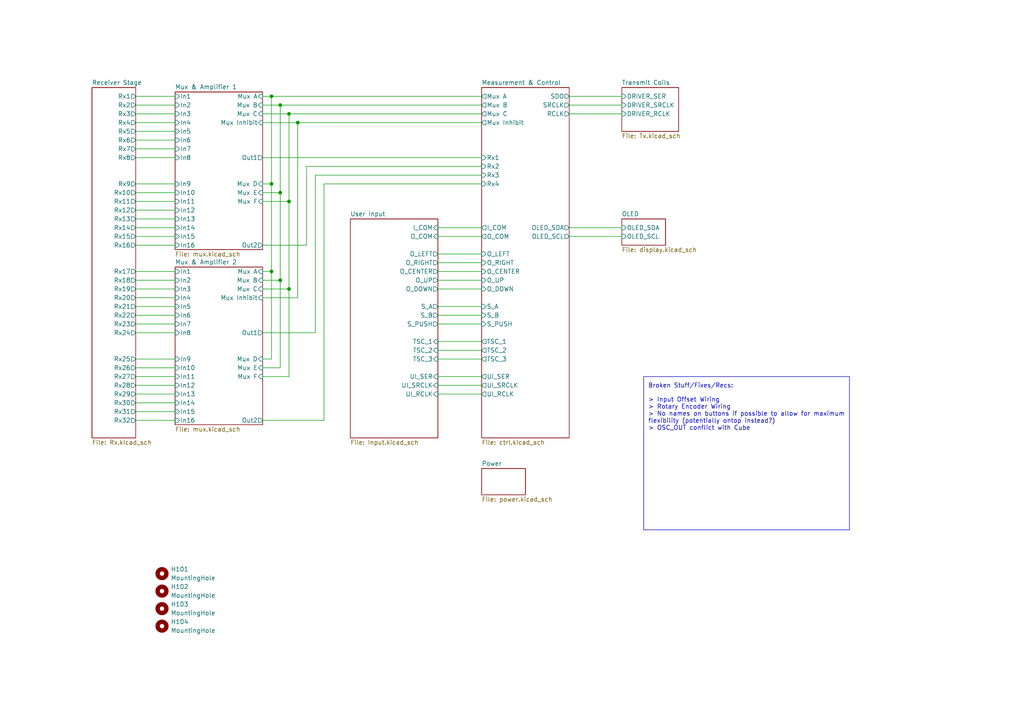
<source format=kicad_sch>
(kicad_sch (version 20250114) (generator "eeschema") (generator_version "9.0")
  (paper "A4")
  (lib_symbols
    (symbol "Mechanical:MountingHole" (pin_names (offset 1.016)) (in_bom no)
      (property "Reference" "H" (at 0 5.08 0))
      (property "Value" "MountingHole" (at 0 3.175 0))
      (symbol "MountingHole_0_1"
        (circle (center 0 0) (radius 1.27) (stroke (width 1.27)))
      )
    )
  )
  (rectangle (start 186.69 109.22) (end 246.38 153.67))
  (text "Broken Stuff/Fixes/Recs:\n\n> Input Offset Wiring\n> Rotary Encoder Wiring\n> No names on buttons if possible to allow for maximum \nflexibility (potentially ontop instead?)\n> OSC_OUT conflict with Cube" (at 187.96 118.11 0) (effects (font (size 1.27 1.27)) (justify left)))
  (junction (at 83.82 58.42))
  (junction (at 78.74 53.34))
  (junction (at 81.28 81.28))
  (junction (at 81.28 55.88))
  (junction (at 81.28 30.48))
  (junction (at 83.82 33.02))
  (junction (at 86.36 35.56))
  (junction (at 78.74 78.74))
  (junction (at 83.82 83.82))
  (junction (at 78.74 27.94))
  (wire (pts (xy 86.36 35.56) (xy 86.36 86.36)))
  (wire (pts (xy 127 81.28) (xy 139.7 81.28)))
  (wire (pts (xy 39.37 58.42) (xy 50.8 58.42)))
  (wire (pts (xy 76.2 53.34) (xy 78.74 53.34)))
  (wire (pts (xy 76.2 83.82) (xy 83.82 83.82)))
  (wire (pts (xy 39.37 71.12) (xy 50.8 71.12)))
  (wire (pts (xy 39.37 35.56) (xy 50.8 35.56)))
  (wire (pts (xy 88.9 71.12) (xy 88.9 48.26)))
  (wire (pts (xy 83.82 109.22) (xy 76.2 109.22)))
  (wire (pts (xy 39.37 63.5) (xy 50.8 63.5)))
  (wire (pts (xy 39.37 78.74) (xy 50.8 78.74)))
  (wire (pts (xy 76.2 121.92) (xy 93.98 121.92)))
  (wire (pts (xy 76.2 78.74) (xy 78.74 78.74)))
  (wire (pts (xy 81.28 81.28) (xy 81.28 55.88)))
  (wire (pts (xy 39.37 111.76) (xy 50.8 111.76)))
  (wire (pts (xy 165.1 66.04) (xy 180.34 66.04)))
  (wire (pts (xy 127 78.74) (xy 139.7 78.74)))
  (wire (pts (xy 39.37 83.82) (xy 50.8 83.82)))
  (wire (pts (xy 78.74 104.14) (xy 78.74 78.74)))
  (wire (pts (xy 81.28 106.68) (xy 81.28 81.28)))
  (wire (pts (xy 76.2 27.94) (xy 78.74 27.94)))
  (wire (pts (xy 78.74 27.94) (xy 139.7 27.94)))
  (wire (pts (xy 165.1 27.94) (xy 180.34 27.94)))
  (wire (pts (xy 127 68.58) (xy 139.7 68.58)))
  (wire (pts (xy 83.82 33.02) (xy 139.7 33.02)))
  (wire (pts (xy 39.37 91.44) (xy 50.8 91.44)))
  (wire (pts (xy 39.37 53.34) (xy 50.8 53.34)))
  (wire (pts (xy 127 88.9) (xy 139.7 88.9)))
  (wire (pts (xy 86.36 35.56) (xy 139.7 35.56)))
  (wire (pts (xy 76.2 96.52) (xy 91.44 96.52)))
  (wire (pts (xy 127 83.82) (xy 139.7 83.82)))
  (wire (pts (xy 39.37 119.38) (xy 50.8 119.38)))
  (wire (pts (xy 39.37 116.84) (xy 50.8 116.84)))
  (wire (pts (xy 76.2 30.48) (xy 81.28 30.48)))
  (wire (pts (xy 91.44 50.8) (xy 139.7 50.8)))
  (wire (pts (xy 76.2 35.56) (xy 86.36 35.56)))
  (wire (pts (xy 88.9 48.26) (xy 139.7 48.26)))
  (wire (pts (xy 39.37 60.96) (xy 50.8 60.96)))
  (wire (pts (xy 127 93.98) (xy 139.7 93.98)))
  (wire (pts (xy 127 91.44) (xy 139.7 91.44)))
  (wire (pts (xy 39.37 43.18) (xy 50.8 43.18)))
  (wire (pts (xy 78.74 27.94) (xy 78.74 53.34)))
  (wire (pts (xy 83.82 58.42) (xy 83.82 83.82)))
  (wire (pts (xy 39.37 104.14) (xy 50.8 104.14)))
  (wire (pts (xy 127 104.14) (xy 139.7 104.14)))
  (wire (pts (xy 127 99.06) (xy 139.7 99.06)))
  (wire (pts (xy 39.37 93.98) (xy 50.8 93.98)))
  (wire (pts (xy 39.37 27.94) (xy 50.8 27.94)))
  (wire (pts (xy 39.37 68.58) (xy 50.8 68.58)))
  (wire (pts (xy 39.37 106.68) (xy 50.8 106.68)))
  (wire (pts (xy 39.37 86.36) (xy 50.8 86.36)))
  (wire (pts (xy 127 111.76) (xy 139.7 111.76)))
  (wire (pts (xy 165.1 68.58) (xy 180.34 68.58)))
  (wire (pts (xy 39.37 96.52) (xy 50.8 96.52)))
  (wire (pts (xy 39.37 66.04) (xy 50.8 66.04)))
  (wire (pts (xy 76.2 104.14) (xy 78.74 104.14)))
  (wire (pts (xy 39.37 45.72) (xy 50.8 45.72)))
  (wire (pts (xy 127 73.66) (xy 139.7 73.66)))
  (wire (pts (xy 93.98 121.92) (xy 93.98 53.34)))
  (wire (pts (xy 81.28 30.48) (xy 139.7 30.48)))
  (wire (pts (xy 127 109.22) (xy 139.7 109.22)))
  (wire (pts (xy 83.82 33.02) (xy 83.82 58.42)))
  (wire (pts (xy 39.37 109.22) (xy 50.8 109.22)))
  (wire (pts (xy 78.74 53.34) (xy 78.74 78.74)))
  (wire (pts (xy 39.37 121.92) (xy 50.8 121.92)))
  (wire (pts (xy 39.37 30.48) (xy 50.8 30.48)))
  (wire (pts (xy 127 76.2) (xy 139.7 76.2)))
  (wire (pts (xy 127 66.04) (xy 139.7 66.04)))
  (wire (pts (xy 76.2 106.68) (xy 81.28 106.68)))
  (wire (pts (xy 91.44 96.52) (xy 91.44 50.8)))
  (wire (pts (xy 76.2 45.72) (xy 139.7 45.72)))
  (wire (pts (xy 76.2 81.28) (xy 81.28 81.28)))
  (wire (pts (xy 39.37 114.3) (xy 50.8 114.3)))
  (wire (pts (xy 81.28 55.88) (xy 81.28 30.48)))
  (wire (pts (xy 83.82 83.82) (xy 83.82 109.22)))
  (wire (pts (xy 76.2 71.12) (xy 88.9 71.12)))
  (wire (pts (xy 127 101.6) (xy 139.7 101.6)))
  (wire (pts (xy 165.1 30.48) (xy 180.34 30.48)))
  (wire (pts (xy 76.2 58.42) (xy 83.82 58.42)))
  (wire (pts (xy 39.37 81.28) (xy 50.8 81.28)))
  (wire (pts (xy 76.2 86.36) (xy 86.36 86.36)))
  (wire (pts (xy 76.2 55.88) (xy 81.28 55.88)))
  (wire (pts (xy 39.37 33.02) (xy 50.8 33.02)))
  (wire (pts (xy 76.2 33.02) (xy 83.82 33.02)))
  (wire (pts (xy 39.37 88.9) (xy 50.8 88.9)))
  (wire (pts (xy 39.37 38.1) (xy 50.8 38.1)))
  (wire (pts (xy 93.98 53.34) (xy 139.7 53.34)))
  (wire (pts (xy 127 114.3) (xy 139.7 114.3)))
  (wire (pts (xy 39.37 40.64) (xy 50.8 40.64)))
  (wire (pts (xy 165.1 33.02) (xy 180.34 33.02)))
  (wire (pts (xy 39.37 55.88) (xy 50.8 55.88)))
  (symbol (lib_id "Mechanical:MountingHole") (at 46.99 181.61 0) (unit 1) (in_bom no)
    (property "Reference" "H104" (at 49.53 180.3399 0) (effects (justify left)))
    (property "Value" "MountingHole" (at 49.53 182.8799 0) (effects (justify left)))
    (property "Footprint" "MountingHole:MountingHole_3.2mm_M3" (effects (hide yes)))
    (property "Description" "Mounting Hole without connection" (effects (hide yes)))
  )
  (symbol (lib_id "Mechanical:MountingHole") (at 46.99 166.37 0) (unit 1) (in_bom no)
    (property "Reference" "H101" (at 49.53 165.0999 0) (effects (justify left)))
    (property "Value" "MountingHole" (at 49.53 167.6399 0) (effects (justify left)))
    (property "Footprint" "MountingHole:MountingHole_3.2mm_M3" (effects (hide yes)))
    (property "Description" "Mounting Hole without connection" (effects (hide yes)))
  )
  (symbol (lib_id "Mechanical:MountingHole") (at 46.99 176.53 0) (unit 1) (in_bom no)
    (property "Reference" "H103" (at 49.53 175.2599 0) (effects (justify left)))
    (property "Value" "MountingHole" (at 49.53 177.7999 0) (effects (justify left)))
    (property "Footprint" "MountingHole:MountingHole_3.2mm_M3" (effects (hide yes)))
    (property "Description" "Mounting Hole without connection" (effects (hide yes)))
  )
  (symbol (lib_id "Mechanical:MountingHole") (at 46.99 171.45 0) (unit 1) (in_bom no)
    (property "Reference" "H102" (at 49.53 170.1799 0) (effects (justify left)))
    (property "Value" "MountingHole" (at 49.53 172.7199 0) (effects (justify left)))
    (property "Footprint" "MountingHole:MountingHole_3.2mm_M3" (effects (hide yes)))
    (property "Description" "Mounting Hole without connection" (effects (hide yes)))
  )
  (sheet (at 139.7 135.89) (size 12.7 7.62) (stroke (width 0.1524))
    (property "Sheetname" "Power" (at 139.7 135.1784 0) (effects (justify left bottom)))
    (property "Sheetfile" "power.kicad_sch" (at 139.7 144.0946 0) (effects (justify left top)))
  )
  (sheet (at 139.7 25.4) (size 25.4 101.6) (stroke (width 0.1524))
    (property "Sheetname" "Measurement & Control" (at 139.7 24.6884 0) (effects (justify left bottom)))
    (property "Sheetfile" "ctrl.kicad_sch" (at 139.7 127.5846 0) (effects (justify left top)))
    (pin "Mux A" output (at 139.7 27.94 180))
    (pin "Mux B" output (at 139.7 30.48 180))
    (pin "Mux C" output (at 139.7 33.02 180))
    (pin "Mux Inhibit" output (at 139.7 35.56 180))
    (pin "Rx1" input (at 139.7 45.72 180))
    (pin "Rx2" input (at 139.7 48.26 180))
    (pin "Rx3" input (at 139.7 50.8 180))
    (pin "Rx4" input (at 139.7 53.34 180))
    (pin "RCLK" output (at 165.1 33.02 0))
    (pin "SDO" output (at 165.1 27.94 0))
    (pin "SRCLK" output (at 165.1 30.48 0))
    (pin "OLED_SCL" output (at 165.1 68.58 0))
    (pin "OLED_SDA" output (at 165.1 66.04 0))
    (pin "I_COM" output (at 139.7 66.04 180))
    (pin "O_CENTER" input (at 139.7 78.74 180))
    (pin "O_COM" output (at 139.7 68.58 180))
    (pin "O_DOWN" input (at 139.7 83.82 180))
    (pin "O_LEFT" input (at 139.7 73.66 180))
    (pin "O_RIGHT" input (at 139.7 76.2 180))
    (pin "O_UP" input (at 139.7 81.28 180))
    (pin "S_A" input (at 139.7 88.9 180))
    (pin "S_B" input (at 139.7 91.44 180))
    (pin "S_PUSH" input (at 139.7 93.98 180))
    (pin "TSC_1" output (at 139.7 99.06 180))
    (pin "TSC_2" output (at 139.7 101.6 180))
    (pin "TSC_3" output (at 139.7 104.14 180))
    (pin "UI_RCLK" output (at 139.7 114.3 180))
    (pin "UI_SER" output (at 139.7 109.22 180))
    (pin "UI_SRCLK" output (at 139.7 111.76 180))
  )
  (sheet (at 101.6 63.5) (size 25.4 63.5) (stroke (width 0.1524))
    (property "Sheetname" "User Input" (at 101.6 62.7884 0) (effects (justify left bottom)))
    (property "Sheetfile" "Input.kicad_sch" (at 101.6 127.5846 0) (effects (justify left top)))
    (pin "I_COM" input (at 127 66.04 0))
    (pin "O_CENTER" output (at 127 78.74 0))
    (pin "O_COM" input (at 127 68.58 0))
    (pin "O_DOWN" output (at 127 83.82 0))
    (pin "O_LEFT" output (at 127 73.66 0))
    (pin "O_RIGHT" output (at 127 76.2 0))
    (pin "O_UP" output (at 127 81.28 0))
    (pin "S_A" output (at 127 88.9 0))
    (pin "S_B" output (at 127 91.44 0))
    (pin "S_PUSH" output (at 127 93.98 0))
    (pin "TSC_1" input (at 127 99.06 0))
    (pin "TSC_2" input (at 127 101.6 0))
    (pin "TSC_3" input (at 127 104.14 0))
    (pin "UI_RCLK" input (at 127 114.3 0))
    (pin "UI_SER" input (at 127 109.22 0))
    (pin "UI_SRCLK" input (at 127 111.76 0))
  )
  (sheet (at 50.8 77.47) (size 25.4 45.72) (stroke (width 0.1524))
    (property "Sheetname" "Mux & Amplifier 2" (at 50.8 76.7584 0) (effects (justify left bottom)))
    (property "Sheetfile" "mux.kicad_sch" (at 50.8 123.7746 0) (effects (justify left top)))
    (pin "In1" input (at 50.8 78.74 180))
    (pin "In2" input (at 50.8 81.28 180))
    (pin "In3" input (at 50.8 83.82 180))
    (pin "In4" input (at 50.8 86.36 180))
    (pin "In5" input (at 50.8 88.9 180))
    (pin "In6" input (at 50.8 91.44 180))
    (pin "In7" input (at 50.8 93.98 180))
    (pin "In8" input (at 50.8 96.52 180))
    (pin "Mux A" input (at 76.2 78.74 0))
    (pin "Mux B" input (at 76.2 81.28 0))
    (pin "Mux C" input (at 76.2 83.82 0))
    (pin "Out1" output (at 76.2 96.52 0))
    (pin "Out2" output (at 76.2 121.92 0))
    (pin "Mux F" input (at 76.2 109.22 0))
    (pin "In11" input (at 50.8 109.22 180))
    (pin "In10" input (at 50.8 106.68 180))
    (pin "In16" input (at 50.8 121.92 180))
    (pin "In14" input (at 50.8 116.84 180))
    (pin "In12" input (at 50.8 111.76 180))
    (pin "In9" input (at 50.8 104.14 180))
    (pin "In15" input (at 50.8 119.38 180))
    (pin "In13" input (at 50.8 114.3 180))
    (pin "Mux D" input (at 76.2 104.14 0))
    (pin "Mux E" input (at 76.2 106.68 0))
    (pin "Mux Inhibit" input (at 76.2 86.36 0))
  )
  (sheet (at 180.34 63.5) (size 12.7 7.62) (stroke (width 0.1524))
    (property "Sheetname" "OLED" (at 180.34 62.7884 0) (effects (justify left bottom)))
    (property "Sheetfile" "display.kicad_sch" (at 180.34 71.7046 0) (effects (justify left top)))
    (pin "OLED_SCL" input (at 180.34 68.58 180))
    (pin "OLED_SDA" input (at 180.34 66.04 180))
  )
  (sheet (at 50.8 26.67) (size 25.4 45.72) (stroke (width 0.1524))
    (property "Sheetname" "Mux & Amplifier 1" (at 50.8 25.9584 0) (effects (justify left bottom)))
    (property "Sheetfile" "mux.kicad_sch" (at 50.8 72.9746 0) (effects (justify left top)))
    (pin "In1" input (at 50.8 27.94 180))
    (pin "In2" input (at 50.8 30.48 180))
    (pin "In3" input (at 50.8 33.02 180))
    (pin "In4" input (at 50.8 35.56 180))
    (pin "In5" input (at 50.8 38.1 180))
    (pin "In6" input (at 50.8 40.64 180))
    (pin "In7" input (at 50.8 43.18 180))
    (pin "In8" input (at 50.8 45.72 180))
    (pin "Mux A" input (at 76.2 27.94 0))
    (pin "Mux B" input (at 76.2 30.48 0))
    (pin "Mux C" input (at 76.2 33.02 0))
    (pin "Mux Inhibit" input (at 76.2 35.56 0))
    (pin "Out1" output (at 76.2 45.72 0))
    (pin "Out2" output (at 76.2 71.12 0))
    (pin "Mux F" input (at 76.2 58.42 0))
    (pin "In11" input (at 50.8 58.42 180))
    (pin "In10" input (at 50.8 55.88 180))
    (pin "In16" input (at 50.8 71.12 180))
    (pin "In14" input (at 50.8 66.04 180))
    (pin "In12" input (at 50.8 60.96 180))
    (pin "In9" input (at 50.8 53.34 180))
    (pin "In15" input (at 50.8 68.58 180))
    (pin "In13" input (at 50.8 63.5 180))
    (pin "Mux E" input (at 76.2 55.88 0))
    (pin "Mux D" input (at 76.2 53.34 0))
  )
  (sheet (at 180.34 25.4) (size 16.51 12.7) (stroke (width 0.1524))
    (property "Sheetname" "Transmit Coils" (at 180.34 24.6884 0) (effects (justify left bottom)))
    (property "Sheetfile" "Tx.kicad_sch" (at 180.34 38.6846 0) (effects (justify left top)))
    (pin "DRIVER_SER" input (at 180.34 27.94 180))
    (pin "DRIVER_RCLK" input (at 180.34 33.02 180))
    (pin "DRIVER_SRCLK" input (at 180.34 30.48 180))
  )
  (sheet (at 26.67 25.4) (size 12.7 101.6) (stroke (width 0.1524))
    (property "Sheetname" "Receiver Stage" (at 26.67 24.6884 0) (effects (justify left bottom)))
    (property "Sheetfile" "Rx.kicad_sch" (at 26.67 127.5846 0) (effects (justify left top)))
    (pin "Rx1" output (at 39.37 27.94 0))
    (pin "Rx2" output (at 39.37 30.48 0))
    (pin "Rx3" output (at 39.37 33.02 0))
    (pin "Rx4" output (at 39.37 35.56 0))
    (pin "Rx5" output (at 39.37 38.1 0))
    (pin "Rx6" output (at 39.37 40.64 0))
    (pin "Rx7" output (at 39.37 43.18 0))
    (pin "Rx8" output (at 39.37 45.72 0))
    (pin "Rx9" output (at 39.37 53.34 0))
    (pin "Rx10" output (at 39.37 55.88 0))
    (pin "Rx11" output (at 39.37 58.42 0))
    (pin "Rx12" output (at 39.37 60.96 0))
    (pin "Rx13" output (at 39.37 63.5 0))
    (pin "Rx14" output (at 39.37 66.04 0))
    (pin "Rx15" output (at 39.37 68.58 0))
    (pin "Rx16" output (at 39.37 71.12 0))
    (pin "Rx17" output (at 39.37 78.74 0))
    (pin "Rx18" output (at 39.37 81.28 0))
    (pin "Rx19" output (at 39.37 83.82 0))
    (pin "Rx20" output (at 39.37 86.36 0))
    (pin "Rx21" output (at 39.37 88.9 0))
    (pin "Rx22" output (at 39.37 91.44 0))
    (pin "Rx23" output (at 39.37 93.98 0))
    (pin "Rx24" output (at 39.37 96.52 0))
    (pin "Rx25" output (at 39.37 104.14 0))
    (pin "Rx26" output (at 39.37 106.68 0))
    (pin "Rx27" output (at 39.37 109.22 0))
    (pin "Rx28" output (at 39.37 111.76 0))
    (pin "Rx29" output (at 39.37 114.3 0))
    (pin "Rx30" output (at 39.37 116.84 0))
    (pin "Rx31" output (at 39.37 119.38 0))
    (pin "Rx32" output (at 39.37 121.92 0))
  )
)
</source>
